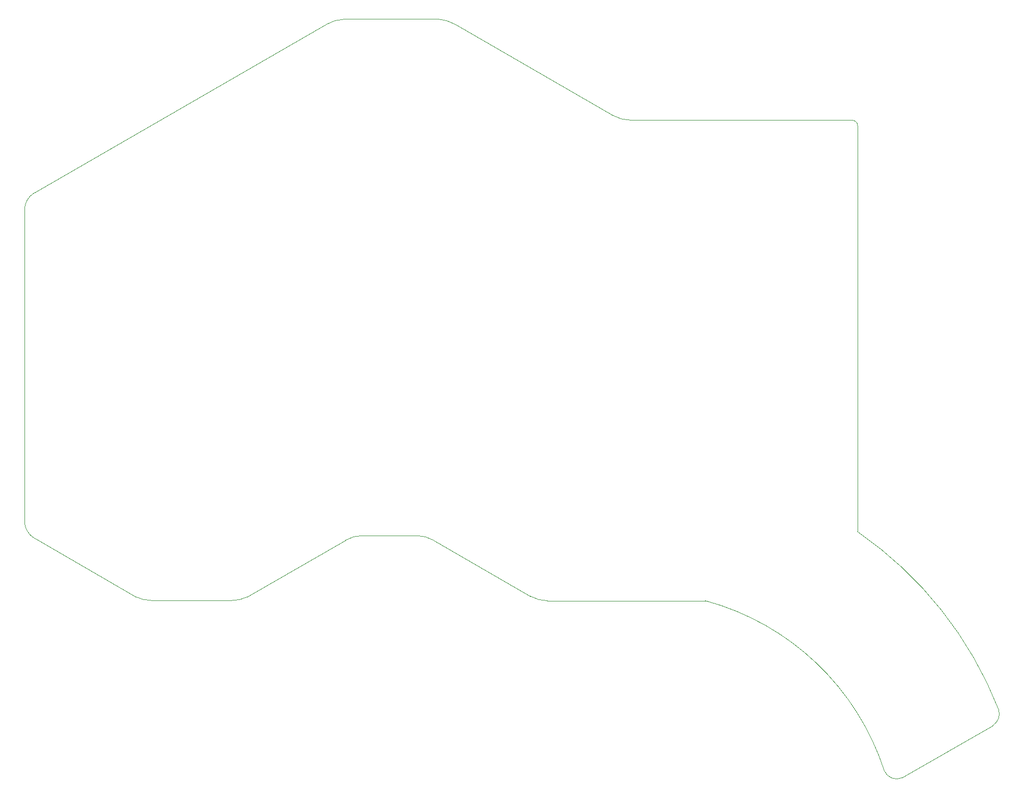
<source format=gbr>
%TF.GenerationSoftware,KiCad,Pcbnew,5.1.10-88a1d61d58~90~ubuntu20.04.1*%
%TF.CreationDate,2021-09-20T07:10:37+01:00*%
%TF.ProjectId,scrawler,73637261-776c-4657-922e-6b696361645f,rev?*%
%TF.SameCoordinates,Original*%
%TF.FileFunction,Profile,NP*%
%FSLAX46Y46*%
G04 Gerber Fmt 4.6, Leading zero omitted, Abs format (unit mm)*
G04 Created by KiCad (PCBNEW 5.1.10-88a1d61d58~90~ubuntu20.04.1) date 2021-09-20 07:10:37*
%MOMM*%
%LPD*%
G01*
G04 APERTURE LIST*
%TA.AperFunction,Profile*%
%ADD10C,0.050000*%
%TD*%
G04 APERTURE END LIST*
D10*
X165658799Y-54355860D02*
G75*
G02*
X162483800Y-53505100I0J6349859D01*
G01*
X136398000Y-38429188D02*
X162483800Y-53505100D01*
X202311000Y-54356000D02*
G75*
G02*
X203200000Y-55245000I0J-889000D01*
G01*
X151739600Y-134035237D02*
G75*
G02*
X148945600Y-133286500I0J5587437D01*
G01*
X130048000Y-123241782D02*
G75*
G02*
X132842000Y-123990100I1J-5590147D01*
G01*
X118274819Y-123989613D02*
G75*
G02*
X121069100Y-123240800I2794281J-4839187D01*
G01*
X101968638Y-133401473D02*
G75*
G02*
X99416568Y-133991061I-2493206J4973816D01*
G01*
X85979000Y-133975793D02*
G75*
G02*
X83464400Y-133375400I0J5566093D01*
G01*
X133604076Y-37590734D02*
G75*
G02*
X136398000Y-38429188I-381067J-6344038D01*
G01*
X114999584Y-38508192D02*
G75*
G02*
X118160800Y-37592000I3288216J-5433808D01*
G01*
X121069100Y-123240800D02*
X130048000Y-123241782D01*
X118160800Y-37592000D02*
X133604076Y-37592000D01*
X85979000Y-133975793D02*
X99416568Y-133991061D01*
X226576834Y-152060687D02*
G75*
G02*
X225615500Y-154711400I-2078934J-745713D01*
G01*
X210564542Y-163394934D02*
G75*
G02*
X207632300Y-162242500I-900242J2016034D01*
G01*
X66688257Y-123697035D02*
G75*
G02*
X65024000Y-120815100I1663143J2881935D01*
G01*
X132842000Y-123990100D02*
X148945600Y-133286500D01*
X101968638Y-133401474D02*
X118274819Y-123989613D01*
X66688257Y-123697035D02*
X83464400Y-133375400D01*
X65024000Y-69253100D02*
G75*
G02*
X66688815Y-66370200I3328515J0D01*
G01*
X203196861Y-122597659D02*
G75*
G02*
X226576834Y-152060687I-36445861J-52929041D01*
G01*
X177952606Y-134035036D02*
G75*
G02*
X207632300Y-162242500I-11201606J-41504364D01*
G01*
X151739600Y-134035237D02*
X177952400Y-134035800D01*
X66688815Y-66370200D02*
X114999584Y-38508192D01*
X165658799Y-54355860D02*
X202311000Y-54356000D01*
X203200000Y-55245000D02*
X203196861Y-122597659D01*
X210564542Y-163394934D02*
X225615500Y-154711400D01*
X65024000Y-69253100D02*
X65024000Y-120815100D01*
M02*

</source>
